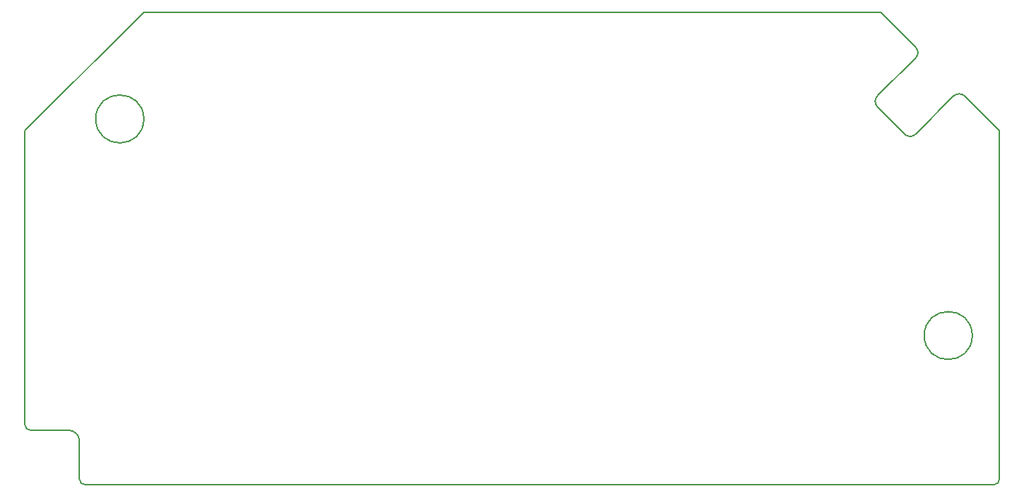
<source format=gm1>
G04 #@! TF.FileFunction,Profile,NP*
%FSLAX46Y46*%
G04 Gerber Fmt 4.6, Leading zero omitted, Abs format (unit mm)*
G04 Created by KiCad (PCBNEW 4.0.1-stable) date 3/24/2016 2:28:27 AM*
%MOMM*%
G01*
G04 APERTURE LIST*
%ADD10C,0.100000*%
%ADD11C,0.127000*%
G04 APERTURE END LIST*
D10*
D11*
X205105000Y-73660000D02*
G75*
G03X203835000Y-73660000I-635000J-635000D01*
G01*
X199390000Y-69215000D02*
G75*
G03X199390000Y-67945000I-635000J635000D01*
G01*
X194945000Y-73660000D02*
G75*
G03X194945000Y-74930000I635000J-635000D01*
G01*
X198120000Y-78105000D02*
G75*
G03X199390000Y-78105000I635000J635000D01*
G01*
X208534000Y-118999000D02*
G75*
G03X209169000Y-118364000I0J635000D01*
G01*
X101981000Y-118364000D02*
G75*
G03X102616000Y-118999000I635000J0D01*
G01*
X101981000Y-113919000D02*
G75*
G03X100711000Y-112649000I-1270000J0D01*
G01*
X96266000Y-112649000D02*
X100711000Y-112649000D01*
X95631000Y-112014000D02*
X95631000Y-77724000D01*
X95631000Y-112014000D02*
G75*
G03X96266000Y-112649000I635000J0D01*
G01*
X109476885Y-76327000D02*
G75*
G03X109476885Y-76327000I-2796885J0D01*
G01*
X205994000Y-101600000D02*
G75*
G03X205994000Y-101600000I-2794000J0D01*
G01*
X199390000Y-67945000D02*
X195326000Y-63881000D01*
X205105000Y-73660000D02*
X209169000Y-77724000D01*
X199390000Y-78105000D02*
X203835000Y-73660000D01*
X194945000Y-74930000D02*
X198120000Y-78105000D01*
X199390000Y-69215000D02*
X194945000Y-73660000D01*
X95631000Y-77724000D02*
X109474000Y-63881000D01*
X102616000Y-118999000D02*
X208534000Y-118999000D01*
X209169000Y-118364000D02*
X209169000Y-77724000D01*
X195326000Y-63881000D02*
X109474000Y-63881000D01*
X101981000Y-113919000D02*
X101981000Y-118364000D01*
M02*

</source>
